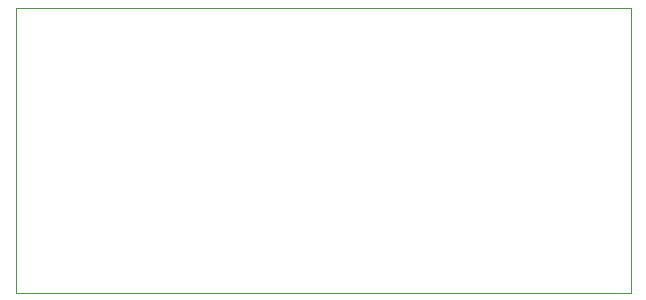
<source format=gbr>
%TF.GenerationSoftware,KiCad,Pcbnew,9.0.0*%
%TF.CreationDate,2025-03-06T17:29:06-05:00*%
%TF.ProjectId,USB-C-PD-Controller,5553422d-432d-4504-942d-436f6e74726f,rev?*%
%TF.SameCoordinates,Original*%
%TF.FileFunction,Profile,NP*%
%FSLAX46Y46*%
G04 Gerber Fmt 4.6, Leading zero omitted, Abs format (unit mm)*
G04 Created by KiCad (PCBNEW 9.0.0) date 2025-03-06 17:29:06*
%MOMM*%
%LPD*%
G01*
G04 APERTURE LIST*
%TA.AperFunction,Profile*%
%ADD10C,0.050000*%
%TD*%
G04 APERTURE END LIST*
D10*
X108839000Y-104290500D02*
X160909000Y-104290500D01*
X160909000Y-128420500D01*
X108839000Y-128420500D01*
X108839000Y-104290500D01*
M02*

</source>
